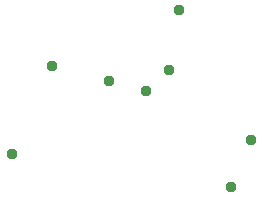
<source format=gbs>
G75*
%MOIN*%
%OFA0B0*%
%FSLAX25Y25*%
%IPPOS*%
%LPD*%
%AMOC8*
5,1,8,0,0,1.08239X$1,22.5*
%
%ADD10C,0.03778*%
D10*
X0021802Y0023126D03*
X0054073Y0047288D03*
X0066624Y0043959D03*
X0074232Y0050926D03*
X0077551Y0070919D03*
X0035118Y0052484D03*
X0101331Y0027768D03*
X0094732Y0012111D03*
M02*

</source>
